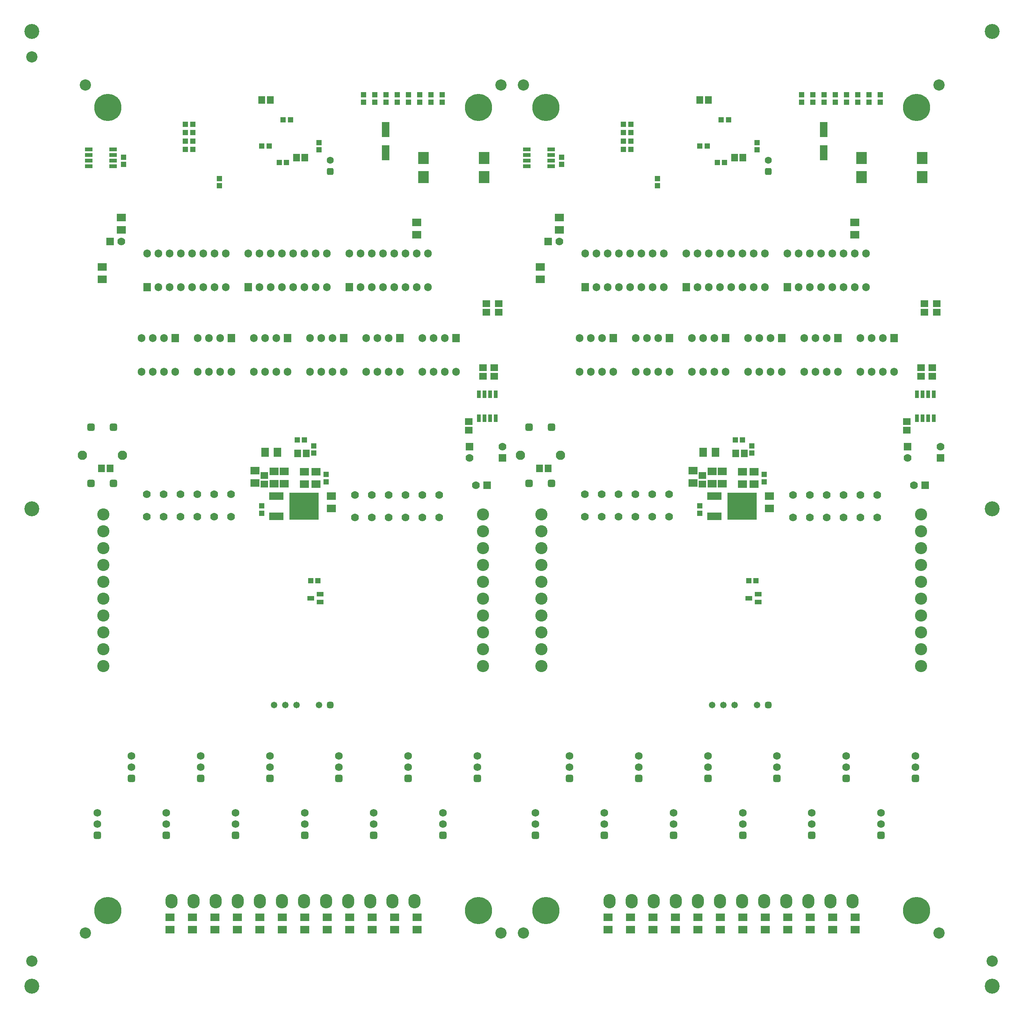
<source format=gbs>
%FSLAX25Y25*%
%MOIN*%
G70*
G01*
G75*
G04 Layer_Color=16711935*
%ADD10C,0.05000*%
%ADD11R,0.06000X0.05500*%
%ADD12R,0.20000X0.07000*%
%ADD13R,0.10000X0.07000*%
%ADD14R,0.07087X0.06299*%
%ADD15R,0.14500X0.05000*%
%ADD16O,0.07087X0.01181*%
%ADD17O,0.01181X0.07087*%
%ADD18R,0.07087X0.08661*%
%ADD19R,0.01181X0.05118*%
%ADD20R,0.05906X0.05118*%
%ADD21R,0.10630X0.07087*%
%ADD22R,0.05118X0.05906*%
%ADD23R,0.06000X0.08500*%
%ADD24R,0.04331X0.03937*%
%ADD25R,0.03937X0.04331*%
%ADD26R,0.06299X0.07087*%
%ADD27R,0.05600X0.03600*%
%ADD28R,0.06000X0.12500*%
%ADD29R,0.12500X0.06000*%
%ADD30R,0.07000X0.08000*%
%ADD31R,0.09000X0.06500*%
%ADD32C,0.10000*%
%ADD33C,0.05000*%
%ADD34C,0.13000*%
%ADD35C,0.08000*%
%ADD36C,0.01000*%
%ADD37C,0.01200*%
%ADD38C,0.02500*%
%ADD39C,0.02000*%
%ADD40C,0.00800*%
%ADD41C,0.12500*%
G04:AMPARAMS|DCode=42|XSize=55mil|YSize=55mil|CornerRadius=13.75mil|HoleSize=0mil|Usage=FLASHONLY|Rotation=180.000|XOffset=0mil|YOffset=0mil|HoleType=Round|Shape=RoundedRectangle|*
%AMROUNDEDRECTD42*
21,1,0.05500,0.02750,0,0,180.0*
21,1,0.02750,0.05500,0,0,180.0*
1,1,0.02750,-0.01375,0.01375*
1,1,0.02750,0.01375,0.01375*
1,1,0.02750,0.01375,-0.01375*
1,1,0.02750,-0.01375,-0.01375*
%
%ADD42ROUNDEDRECTD42*%
%ADD43C,0.05500*%
G04:AMPARAMS|DCode=44|XSize=50mil|YSize=50mil|CornerRadius=12.5mil|HoleSize=0mil|Usage=FLASHONLY|Rotation=180.000|XOffset=0mil|YOffset=0mil|HoleType=Round|Shape=RoundedRectangle|*
%AMROUNDEDRECTD44*
21,1,0.05000,0.02500,0,0,180.0*
21,1,0.02500,0.05000,0,0,180.0*
1,1,0.02500,-0.01250,0.01250*
1,1,0.02500,0.01250,0.01250*
1,1,0.02500,0.01250,-0.01250*
1,1,0.02500,-0.01250,-0.01250*
%
%ADD44ROUNDEDRECTD44*%
G04:AMPARAMS|DCode=45|XSize=60mil|YSize=60mil|CornerRadius=15mil|HoleSize=0mil|Usage=FLASHONLY|Rotation=90.000|XOffset=0mil|YOffset=0mil|HoleType=Round|Shape=RoundedRectangle|*
%AMROUNDEDRECTD45*
21,1,0.06000,0.03000,0,0,90.0*
21,1,0.03000,0.06000,0,0,90.0*
1,1,0.03000,0.01500,0.01500*
1,1,0.03000,0.01500,-0.01500*
1,1,0.03000,-0.01500,-0.01500*
1,1,0.03000,-0.01500,0.01500*
%
%ADD45ROUNDEDRECTD45*%
%ADD46C,0.06000*%
%ADD47C,0.07500*%
%ADD48C,0.06200*%
%ADD49R,0.06200X0.06200*%
%ADD50C,0.10000*%
%ADD51C,0.23400*%
%ADD52O,0.10000X0.12000*%
%ADD53O,0.06000X0.06400*%
%ADD54R,0.06000X0.06400*%
%ADD55R,0.06200X0.06200*%
%ADD56C,0.08000*%
%ADD57C,0.03000*%
%ADD58R,0.25590X0.23622*%
%ADD59R,0.11800X0.06300*%
%ADD60R,0.02500X0.06000*%
%ADD61R,0.06000X0.02500*%
%ADD62R,0.09000X0.10000*%
%ADD63C,0.03000*%
%ADD64C,0.00984*%
%ADD65C,0.02362*%
%ADD66C,0.01600*%
%ADD67C,0.00787*%
%ADD68C,0.00699*%
%ADD69C,0.01500*%
%ADD70C,0.00500*%
%ADD71R,0.19000X0.55500*%
G04:AMPARAMS|DCode=72|XSize=51.06mil|YSize=51.06mil|CornerRadius=12.77mil|HoleSize=0mil|Usage=FLASHONLY|Rotation=0.000|XOffset=0mil|YOffset=0mil|HoleType=Round|Shape=RoundedRectangle|*
%AMROUNDEDRECTD72*
21,1,0.05106,0.02553,0,0,0.0*
21,1,0.02553,0.05106,0,0,0.0*
1,1,0.02553,0.01277,-0.01277*
1,1,0.02553,-0.01277,-0.01277*
1,1,0.02553,-0.01277,0.01277*
1,1,0.02553,0.01277,0.01277*
%
%ADD72ROUNDEDRECTD72*%
%ADD73C,0.05106*%
%ADD74P,0.09051X4X270.0*%
%ADD75R,0.06000X0.06000*%
%ADD76O,0.10200X0.12200*%
%ADD77P,0.09051X4X360.0*%
%ADD78R,0.06890X0.08465*%
%ADD79R,0.06800X0.06300*%
%ADD80R,0.20800X0.07800*%
%ADD81R,0.10800X0.07800*%
%ADD82R,0.07887X0.07099*%
%ADD83R,0.15300X0.05800*%
%ADD84O,0.07387X0.01481*%
%ADD85O,0.01481X0.07387*%
%ADD86R,0.07874X0.09449*%
%ADD87R,0.01481X0.05418*%
%ADD88R,0.06706X0.05918*%
%ADD89R,0.11430X0.07887*%
%ADD90R,0.05918X0.06706*%
%ADD91R,0.06800X0.09300*%
%ADD92R,0.05131X0.04737*%
%ADD93R,0.04737X0.05131*%
%ADD94R,0.07099X0.07887*%
%ADD95R,0.06400X0.04400*%
%ADD96R,0.06800X0.13300*%
%ADD97R,0.13300X0.06800*%
%ADD98R,0.07800X0.08800*%
%ADD99R,0.09800X0.07300*%
%ADD100C,0.13300*%
G04:AMPARAMS|DCode=101|XSize=63mil|YSize=63mil|CornerRadius=17.75mil|HoleSize=0mil|Usage=FLASHONLY|Rotation=180.000|XOffset=0mil|YOffset=0mil|HoleType=Round|Shape=RoundedRectangle|*
%AMROUNDEDRECTD101*
21,1,0.06300,0.02750,0,0,180.0*
21,1,0.02750,0.06300,0,0,180.0*
1,1,0.03550,-0.01375,0.01375*
1,1,0.03550,0.01375,0.01375*
1,1,0.03550,0.01375,-0.01375*
1,1,0.03550,-0.01375,-0.01375*
%
%ADD101ROUNDEDRECTD101*%
%ADD102C,0.06300*%
%ADD103C,0.05800*%
G04:AMPARAMS|DCode=104|XSize=58mil|YSize=58mil|CornerRadius=16.5mil|HoleSize=0mil|Usage=FLASHONLY|Rotation=180.000|XOffset=0mil|YOffset=0mil|HoleType=Round|Shape=RoundedRectangle|*
%AMROUNDEDRECTD104*
21,1,0.05800,0.02500,0,0,180.0*
21,1,0.02500,0.05800,0,0,180.0*
1,1,0.03300,-0.01250,0.01250*
1,1,0.03300,0.01250,0.01250*
1,1,0.03300,0.01250,-0.01250*
1,1,0.03300,-0.01250,-0.01250*
%
%ADD104ROUNDEDRECTD104*%
G04:AMPARAMS|DCode=105|XSize=68mil|YSize=68mil|CornerRadius=19mil|HoleSize=0mil|Usage=FLASHONLY|Rotation=90.000|XOffset=0mil|YOffset=0mil|HoleType=Round|Shape=RoundedRectangle|*
%AMROUNDEDRECTD105*
21,1,0.06800,0.03000,0,0,90.0*
21,1,0.03000,0.06800,0,0,90.0*
1,1,0.03800,0.01500,0.01500*
1,1,0.03800,0.01500,-0.01500*
1,1,0.03800,-0.01500,-0.01500*
1,1,0.03800,-0.01500,0.01500*
%
%ADD105ROUNDEDRECTD105*%
%ADD106C,0.06800*%
%ADD107C,0.08300*%
%ADD108C,0.07000*%
%ADD109R,0.07000X0.07000*%
%ADD110C,0.10800*%
%ADD111C,0.24200*%
%ADD112O,0.10800X0.12800*%
%ADD113O,0.06800X0.07200*%
%ADD114R,0.06800X0.07200*%
%ADD115R,0.07000X0.07000*%
%ADD116R,0.26391X0.24422*%
%ADD117R,0.12600X0.07100*%
%ADD118R,0.03300X0.06800*%
%ADD119R,0.06800X0.03300*%
%ADD120R,0.09800X0.10800*%
G54D50*
X12500Y840000D02*
D03*
X867500Y35000D02*
D03*
X12500D02*
D03*
X60000Y60000D02*
D03*
X430000D02*
D03*
X60000Y815000D02*
D03*
X430000D02*
D03*
X450000Y60000D02*
D03*
X820000D02*
D03*
X450000Y815000D02*
D03*
X820000D02*
D03*
G54D82*
X211000Y471500D02*
D03*
Y460500D02*
D03*
X228000Y471000D02*
D03*
Y460000D02*
D03*
X237000Y471000D02*
D03*
Y460000D02*
D03*
X265500Y470500D02*
D03*
Y459500D02*
D03*
X255000Y470500D02*
D03*
Y459500D02*
D03*
X279000Y449000D02*
D03*
Y438000D02*
D03*
X92000Y686000D02*
D03*
Y697000D02*
D03*
X355000Y692500D02*
D03*
Y681500D02*
D03*
X135500Y62900D02*
D03*
Y73900D02*
D03*
X155500Y62900D02*
D03*
Y73900D02*
D03*
X175500Y62900D02*
D03*
Y73900D02*
D03*
X195500Y62900D02*
D03*
Y73900D02*
D03*
X275500Y62900D02*
D03*
Y73900D02*
D03*
X255500Y62900D02*
D03*
Y73900D02*
D03*
X235500Y62900D02*
D03*
Y73900D02*
D03*
X215500Y62900D02*
D03*
Y73900D02*
D03*
X295500Y62900D02*
D03*
Y73900D02*
D03*
X315500Y62900D02*
D03*
Y73900D02*
D03*
X335500Y62900D02*
D03*
Y73900D02*
D03*
X355500Y62900D02*
D03*
Y73900D02*
D03*
X75000Y642000D02*
D03*
Y653000D02*
D03*
X601000Y471500D02*
D03*
Y460500D02*
D03*
X618000Y471000D02*
D03*
Y460000D02*
D03*
X627000Y471000D02*
D03*
Y460000D02*
D03*
X655500Y470500D02*
D03*
Y459500D02*
D03*
X645000Y470500D02*
D03*
Y459500D02*
D03*
X669000Y449000D02*
D03*
Y438000D02*
D03*
X482000Y686000D02*
D03*
Y697000D02*
D03*
X745000Y692500D02*
D03*
Y681500D02*
D03*
X525500Y62900D02*
D03*
Y73900D02*
D03*
X545500Y62900D02*
D03*
Y73900D02*
D03*
X565500Y62900D02*
D03*
Y73900D02*
D03*
X585500Y62900D02*
D03*
Y73900D02*
D03*
X665500Y62900D02*
D03*
Y73900D02*
D03*
X645500Y62900D02*
D03*
Y73900D02*
D03*
X625500Y62900D02*
D03*
Y73900D02*
D03*
X605500Y62900D02*
D03*
Y73900D02*
D03*
X685500Y62900D02*
D03*
Y73900D02*
D03*
X705500Y62900D02*
D03*
Y73900D02*
D03*
X725500Y62900D02*
D03*
Y73900D02*
D03*
X745500Y62900D02*
D03*
Y73900D02*
D03*
X465000Y642000D02*
D03*
Y653000D02*
D03*
G54D88*
X424000Y563250D02*
D03*
Y555750D02*
D03*
X414000Y563250D02*
D03*
Y555750D02*
D03*
X219500Y467250D02*
D03*
Y459750D02*
D03*
X401500Y507750D02*
D03*
Y515250D02*
D03*
X428000Y620250D02*
D03*
Y612750D02*
D03*
X417000Y620250D02*
D03*
Y612750D02*
D03*
X814000Y563250D02*
D03*
Y555750D02*
D03*
X804000Y563250D02*
D03*
Y555750D02*
D03*
X609500Y467250D02*
D03*
Y459750D02*
D03*
X791500Y507750D02*
D03*
Y515250D02*
D03*
X818000Y620250D02*
D03*
Y612750D02*
D03*
X807000Y620250D02*
D03*
Y612750D02*
D03*
G54D90*
X255550Y750100D02*
D03*
X248050D02*
D03*
X82050Y473600D02*
D03*
X74550D02*
D03*
X249250Y487000D02*
D03*
X256750D02*
D03*
X224750Y801500D02*
D03*
X217250D02*
D03*
X645550Y750100D02*
D03*
X638050D02*
D03*
X472050Y473600D02*
D03*
X464550D02*
D03*
X639250Y487000D02*
D03*
X646750D02*
D03*
X614750Y801500D02*
D03*
X607250D02*
D03*
G54D92*
X248750Y499000D02*
D03*
X255250D02*
D03*
X155750Y757500D02*
D03*
X149250D02*
D03*
X155750Y765000D02*
D03*
X149250D02*
D03*
X155750Y780000D02*
D03*
X149250D02*
D03*
X155750Y772500D02*
D03*
X149250D02*
D03*
X232750Y746000D02*
D03*
X239250D02*
D03*
X217250Y760500D02*
D03*
X223750D02*
D03*
X236250Y784000D02*
D03*
X242750D02*
D03*
X260750Y373500D02*
D03*
X267250D02*
D03*
X638750Y499000D02*
D03*
X645250D02*
D03*
X545750Y757500D02*
D03*
X539250D02*
D03*
X545750Y765000D02*
D03*
X539250D02*
D03*
X545750Y780000D02*
D03*
X539250D02*
D03*
X545750Y772500D02*
D03*
X539250D02*
D03*
X622750Y746000D02*
D03*
X629250D02*
D03*
X607250Y760500D02*
D03*
X613750D02*
D03*
X626250Y784000D02*
D03*
X632750D02*
D03*
X650750Y373500D02*
D03*
X657250D02*
D03*
G54D93*
X274500Y461750D02*
D03*
Y468250D02*
D03*
X217000Y440250D02*
D03*
Y433750D02*
D03*
X337900Y799750D02*
D03*
Y806250D02*
D03*
X327900Y799750D02*
D03*
Y806250D02*
D03*
X317900Y799750D02*
D03*
Y806250D02*
D03*
X307900Y799750D02*
D03*
Y806250D02*
D03*
X377900Y799750D02*
D03*
Y806250D02*
D03*
X367900Y799750D02*
D03*
Y806250D02*
D03*
X357900Y799750D02*
D03*
Y806250D02*
D03*
X347900Y799750D02*
D03*
Y806250D02*
D03*
X179500Y731750D02*
D03*
Y725250D02*
D03*
X263500Y487250D02*
D03*
Y493750D02*
D03*
X268000Y757250D02*
D03*
Y763750D02*
D03*
X94000Y750750D02*
D03*
Y744250D02*
D03*
X664500Y461750D02*
D03*
Y468250D02*
D03*
X607000Y440250D02*
D03*
Y433750D02*
D03*
X727900Y799750D02*
D03*
Y806250D02*
D03*
X717900Y799750D02*
D03*
Y806250D02*
D03*
X707900Y799750D02*
D03*
Y806250D02*
D03*
X697900Y799750D02*
D03*
Y806250D02*
D03*
X767900Y799750D02*
D03*
Y806250D02*
D03*
X757900Y799750D02*
D03*
Y806250D02*
D03*
X747900Y799750D02*
D03*
Y806250D02*
D03*
X737900Y799750D02*
D03*
Y806250D02*
D03*
X569500Y731750D02*
D03*
Y725250D02*
D03*
X653500Y487250D02*
D03*
Y493750D02*
D03*
X658000Y757250D02*
D03*
Y763750D02*
D03*
X484000Y750750D02*
D03*
Y744250D02*
D03*
G54D94*
X231000Y488000D02*
D03*
X220000D02*
D03*
X621000D02*
D03*
X610000D02*
D03*
G54D95*
X269250Y354500D02*
D03*
X260750Y358000D02*
D03*
X269250Y361500D02*
D03*
X659250Y354500D02*
D03*
X650750Y358000D02*
D03*
X659250Y361500D02*
D03*
G54D96*
X327500Y754750D02*
D03*
Y775250D02*
D03*
X717500Y754750D02*
D03*
Y775250D02*
D03*
G54D100*
X12500Y437500D02*
D03*
X867500D02*
D03*
Y862500D02*
D03*
X12500D02*
D03*
X867500Y12500D02*
D03*
X12500D02*
D03*
G54D101*
X278300Y737800D02*
D03*
X668300D02*
D03*
G54D102*
X278300Y747800D02*
D03*
X668300D02*
D03*
G54D103*
X268000Y263000D02*
D03*
X248000D02*
D03*
X238000D02*
D03*
X228000D02*
D03*
X658000D02*
D03*
X638000D02*
D03*
X628000D02*
D03*
X618000D02*
D03*
G54D104*
X278000D02*
D03*
X668000D02*
D03*
G54D105*
X132245Y146800D02*
D03*
X85300Y510100D02*
D03*
Y460100D02*
D03*
X65300Y510100D02*
D03*
Y460100D02*
D03*
X316882Y146800D02*
D03*
X409000Y197700D02*
D03*
X378427Y146800D02*
D03*
X347455Y197700D02*
D03*
X285909D02*
D03*
X255336Y146800D02*
D03*
X224364Y197700D02*
D03*
X193791Y146800D02*
D03*
X162818Y197700D02*
D03*
X101273D02*
D03*
X70700Y146800D02*
D03*
X522245D02*
D03*
X475300Y510100D02*
D03*
Y460100D02*
D03*
X455300Y510100D02*
D03*
Y460100D02*
D03*
X706882Y146800D02*
D03*
X799000Y197700D02*
D03*
X768427Y146800D02*
D03*
X737455Y197700D02*
D03*
X675909D02*
D03*
X645336Y146800D02*
D03*
X614364Y197700D02*
D03*
X583791Y146800D02*
D03*
X552818Y197700D02*
D03*
X491273D02*
D03*
X460700Y146800D02*
D03*
G54D106*
X132245Y166800D02*
D03*
Y156800D02*
D03*
X316882Y166800D02*
D03*
Y156800D02*
D03*
X409000Y217700D02*
D03*
Y207700D02*
D03*
X378427Y166800D02*
D03*
Y156800D02*
D03*
X347455Y217700D02*
D03*
Y207700D02*
D03*
X285909Y217700D02*
D03*
Y207700D02*
D03*
X255336Y166800D02*
D03*
Y156800D02*
D03*
X224364Y217700D02*
D03*
Y207700D02*
D03*
X193791Y166800D02*
D03*
Y156800D02*
D03*
X162818Y217700D02*
D03*
Y207700D02*
D03*
X101273Y217700D02*
D03*
Y207700D02*
D03*
X70700Y166800D02*
D03*
Y156800D02*
D03*
X522245Y166800D02*
D03*
Y156800D02*
D03*
X706882Y166800D02*
D03*
Y156800D02*
D03*
X799000Y217700D02*
D03*
Y207700D02*
D03*
X768427Y166800D02*
D03*
Y156800D02*
D03*
X737455Y217700D02*
D03*
Y207700D02*
D03*
X675909Y217700D02*
D03*
Y207700D02*
D03*
X645336Y166800D02*
D03*
Y156800D02*
D03*
X614364Y217700D02*
D03*
Y207700D02*
D03*
X583791Y166800D02*
D03*
Y156800D02*
D03*
X552818Y217700D02*
D03*
Y207700D02*
D03*
X491273Y217700D02*
D03*
Y207700D02*
D03*
X460700Y166800D02*
D03*
Y156800D02*
D03*
G54D107*
X93000Y485100D02*
D03*
X57600D02*
D03*
X483000D02*
D03*
X447600D02*
D03*
G54D108*
X407700Y458700D02*
D03*
X92000Y675500D02*
D03*
X189800Y450500D02*
D03*
Y430500D02*
D03*
X174800Y450500D02*
D03*
Y430500D02*
D03*
X159800Y450500D02*
D03*
Y430500D02*
D03*
X144800Y450500D02*
D03*
Y430500D02*
D03*
X129800Y450500D02*
D03*
Y430500D02*
D03*
X114800Y450500D02*
D03*
Y430500D02*
D03*
X300000Y430000D02*
D03*
Y450000D02*
D03*
X315000Y430000D02*
D03*
Y450000D02*
D03*
X330000Y430000D02*
D03*
Y450000D02*
D03*
X345000Y430000D02*
D03*
Y450000D02*
D03*
X360000D02*
D03*
Y430000D02*
D03*
X375000D02*
D03*
Y450000D02*
D03*
X402200Y483000D02*
D03*
X431400Y493000D02*
D03*
X797700Y458700D02*
D03*
X482000Y675500D02*
D03*
X579800Y450500D02*
D03*
Y430500D02*
D03*
X564800Y450500D02*
D03*
Y430500D02*
D03*
X549800Y450500D02*
D03*
Y430500D02*
D03*
X534800Y450500D02*
D03*
Y430500D02*
D03*
X519800Y450500D02*
D03*
Y430500D02*
D03*
X504800Y450500D02*
D03*
Y430500D02*
D03*
X690000Y430000D02*
D03*
Y450000D02*
D03*
X705000Y430000D02*
D03*
Y450000D02*
D03*
X720000Y430000D02*
D03*
Y450000D02*
D03*
X735000Y430000D02*
D03*
Y450000D02*
D03*
X750000D02*
D03*
Y430000D02*
D03*
X765000D02*
D03*
Y450000D02*
D03*
X792200Y483000D02*
D03*
X821400Y493000D02*
D03*
G54D109*
X417700Y458700D02*
D03*
X82000Y675500D02*
D03*
X807700Y458700D02*
D03*
X472000Y675500D02*
D03*
G54D110*
X414000Y387500D02*
D03*
Y417500D02*
D03*
Y402500D02*
D03*
Y432500D02*
D03*
Y372500D02*
D03*
Y342500D02*
D03*
Y312500D02*
D03*
Y357500D02*
D03*
Y327500D02*
D03*
Y297500D02*
D03*
X76000Y387500D02*
D03*
Y417500D02*
D03*
Y402500D02*
D03*
Y432500D02*
D03*
Y372500D02*
D03*
Y342500D02*
D03*
Y312500D02*
D03*
Y357500D02*
D03*
Y327500D02*
D03*
Y297500D02*
D03*
X804000Y387500D02*
D03*
Y417500D02*
D03*
Y402500D02*
D03*
Y432500D02*
D03*
Y372500D02*
D03*
Y342500D02*
D03*
Y312500D02*
D03*
Y357500D02*
D03*
Y327500D02*
D03*
Y297500D02*
D03*
X466000Y387500D02*
D03*
Y417500D02*
D03*
Y402500D02*
D03*
Y432500D02*
D03*
Y372500D02*
D03*
Y342500D02*
D03*
Y312500D02*
D03*
Y357500D02*
D03*
Y327500D02*
D03*
Y297500D02*
D03*
G54D111*
X80000Y80000D02*
D03*
X410000D02*
D03*
X80000Y795000D02*
D03*
X410000D02*
D03*
X470000Y80000D02*
D03*
X800000D02*
D03*
X470000Y795000D02*
D03*
X800000D02*
D03*
G54D112*
X136732Y88400D02*
D03*
X156417D02*
D03*
X195788D02*
D03*
X215473D02*
D03*
X254843D02*
D03*
X274528D02*
D03*
X176102D02*
D03*
X235158D02*
D03*
X313898D02*
D03*
X353268D02*
D03*
X333583D02*
D03*
X294213D02*
D03*
X526732D02*
D03*
X546417D02*
D03*
X585787D02*
D03*
X605473D02*
D03*
X644843D02*
D03*
X664528D02*
D03*
X566103D02*
D03*
X625158D02*
D03*
X703898D02*
D03*
X743268D02*
D03*
X723583D02*
D03*
X684213D02*
D03*
G54D113*
X120000Y589500D02*
D03*
X110000D02*
D03*
X120000Y559500D02*
D03*
X110000D02*
D03*
X140000D02*
D03*
X130000Y589500D02*
D03*
Y559500D02*
D03*
X170000Y589500D02*
D03*
X160000D02*
D03*
X170000Y559500D02*
D03*
X160000D02*
D03*
X190000D02*
D03*
X180000Y589500D02*
D03*
Y559500D02*
D03*
X220000Y589500D02*
D03*
X210000D02*
D03*
X220000Y559500D02*
D03*
X210000D02*
D03*
X240000D02*
D03*
X230000Y589500D02*
D03*
Y559500D02*
D03*
X270000Y589500D02*
D03*
X260000D02*
D03*
X270000Y559500D02*
D03*
X260000D02*
D03*
X290000D02*
D03*
X280000Y589500D02*
D03*
Y559500D02*
D03*
X320000Y589500D02*
D03*
X310000D02*
D03*
X320000Y559500D02*
D03*
X310000D02*
D03*
X340000D02*
D03*
X330000Y589500D02*
D03*
Y559500D02*
D03*
X370000Y589500D02*
D03*
X360000D02*
D03*
X370000Y559500D02*
D03*
X360000D02*
D03*
X390000D02*
D03*
X380000Y589500D02*
D03*
Y559500D02*
D03*
X185000Y635000D02*
D03*
X155000D02*
D03*
X165000D02*
D03*
X135000D02*
D03*
X125000D02*
D03*
X185000Y665000D02*
D03*
X155000D02*
D03*
X165000D02*
D03*
X125000D02*
D03*
X135000D02*
D03*
X145000Y635000D02*
D03*
X175000D02*
D03*
X145000Y665000D02*
D03*
X175000D02*
D03*
X115000D02*
D03*
X275000Y635000D02*
D03*
X245000D02*
D03*
X255000D02*
D03*
X225000D02*
D03*
X215000D02*
D03*
X275000Y665000D02*
D03*
X245000D02*
D03*
X255000D02*
D03*
X215000D02*
D03*
X225000D02*
D03*
X235000Y635000D02*
D03*
X265000D02*
D03*
X235000Y665000D02*
D03*
X265000D02*
D03*
X205000D02*
D03*
X365000Y635000D02*
D03*
X335000D02*
D03*
X345000D02*
D03*
X315000D02*
D03*
X305000D02*
D03*
X365000Y665000D02*
D03*
X335000D02*
D03*
X345000D02*
D03*
X305000D02*
D03*
X315000D02*
D03*
X325000Y635000D02*
D03*
X355000D02*
D03*
X325000Y665000D02*
D03*
X355000D02*
D03*
X295000D02*
D03*
X510000Y589500D02*
D03*
X500000D02*
D03*
X510000Y559500D02*
D03*
X500000D02*
D03*
X530000D02*
D03*
X520000Y589500D02*
D03*
Y559500D02*
D03*
X560000Y589500D02*
D03*
X550000D02*
D03*
X560000Y559500D02*
D03*
X550000D02*
D03*
X580000D02*
D03*
X570000Y589500D02*
D03*
Y559500D02*
D03*
X610000Y589500D02*
D03*
X600000D02*
D03*
X610000Y559500D02*
D03*
X600000D02*
D03*
X630000D02*
D03*
X620000Y589500D02*
D03*
Y559500D02*
D03*
X660000Y589500D02*
D03*
X650000D02*
D03*
X660000Y559500D02*
D03*
X650000D02*
D03*
X680000D02*
D03*
X670000Y589500D02*
D03*
Y559500D02*
D03*
X710000Y589500D02*
D03*
X700000D02*
D03*
X710000Y559500D02*
D03*
X700000D02*
D03*
X730000D02*
D03*
X720000Y589500D02*
D03*
Y559500D02*
D03*
X760000Y589500D02*
D03*
X750000D02*
D03*
X760000Y559500D02*
D03*
X750000D02*
D03*
X780000D02*
D03*
X770000Y589500D02*
D03*
Y559500D02*
D03*
X575000Y635000D02*
D03*
X545000D02*
D03*
X555000D02*
D03*
X525000D02*
D03*
X515000D02*
D03*
X575000Y665000D02*
D03*
X545000D02*
D03*
X555000D02*
D03*
X515000D02*
D03*
X525000D02*
D03*
X535000Y635000D02*
D03*
X565000D02*
D03*
X535000Y665000D02*
D03*
X565000D02*
D03*
X505000D02*
D03*
X665000Y635000D02*
D03*
X635000D02*
D03*
X645000D02*
D03*
X615000D02*
D03*
X605000D02*
D03*
X665000Y665000D02*
D03*
X635000D02*
D03*
X645000D02*
D03*
X605000D02*
D03*
X615000D02*
D03*
X625000Y635000D02*
D03*
X655000D02*
D03*
X625000Y665000D02*
D03*
X655000D02*
D03*
X595000D02*
D03*
X755000Y635000D02*
D03*
X725000D02*
D03*
X735000D02*
D03*
X705000D02*
D03*
X695000D02*
D03*
X755000Y665000D02*
D03*
X725000D02*
D03*
X735000D02*
D03*
X695000D02*
D03*
X705000D02*
D03*
X715000Y635000D02*
D03*
X745000D02*
D03*
X715000Y665000D02*
D03*
X745000D02*
D03*
X685000D02*
D03*
G54D114*
X140000Y589500D02*
D03*
X190000D02*
D03*
X240000D02*
D03*
X290000D02*
D03*
X340000D02*
D03*
X390000D02*
D03*
X115000Y635000D02*
D03*
X205000D02*
D03*
X295000D02*
D03*
X530000Y589500D02*
D03*
X580000D02*
D03*
X630000D02*
D03*
X680000D02*
D03*
X730000D02*
D03*
X780000D02*
D03*
X505000Y635000D02*
D03*
X595000D02*
D03*
X685000D02*
D03*
G54D115*
X402200Y493000D02*
D03*
X431400Y483000D02*
D03*
X792200Y493000D02*
D03*
X821400Y483000D02*
D03*
G54D116*
X254803Y440000D02*
D03*
X644803D02*
D03*
G54D117*
X230197Y430945D02*
D03*
Y449055D02*
D03*
X620197Y430945D02*
D03*
Y449055D02*
D03*
G54D118*
X410500Y518250D02*
D03*
Y539750D02*
D03*
X420500Y518250D02*
D03*
X415500D02*
D03*
X425500D02*
D03*
X420500Y539750D02*
D03*
X415500D02*
D03*
X425500D02*
D03*
X800500Y518250D02*
D03*
Y539750D02*
D03*
X810500Y518250D02*
D03*
X805500D02*
D03*
X815500D02*
D03*
X810500Y539750D02*
D03*
X805500D02*
D03*
X815500D02*
D03*
G54D119*
X63250Y757500D02*
D03*
X84750D02*
D03*
X63250Y747500D02*
D03*
Y752500D02*
D03*
Y742500D02*
D03*
X84750Y747500D02*
D03*
Y752500D02*
D03*
Y742500D02*
D03*
X453250Y757500D02*
D03*
X474750D02*
D03*
X453250Y747500D02*
D03*
Y752500D02*
D03*
Y742500D02*
D03*
X474750Y747500D02*
D03*
Y752500D02*
D03*
Y742500D02*
D03*
G54D120*
X361000Y750000D02*
D03*
Y733000D02*
D03*
X415000D02*
D03*
Y750000D02*
D03*
X751000D02*
D03*
Y733000D02*
D03*
X805000D02*
D03*
Y750000D02*
D03*
M02*

</source>
